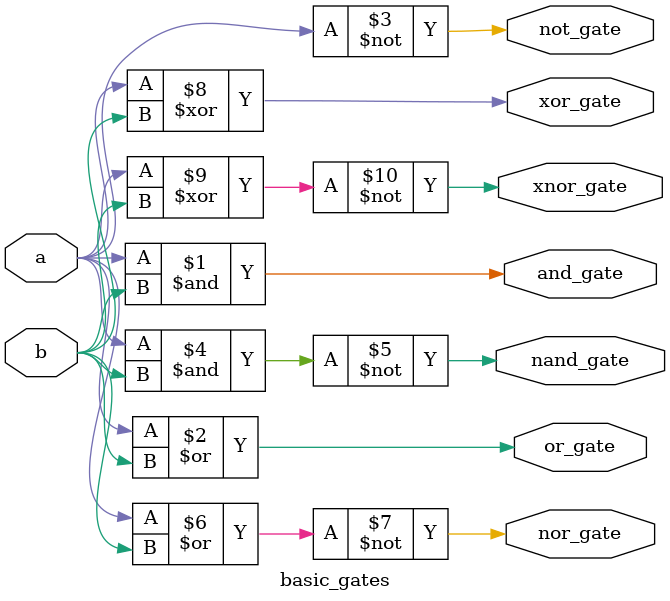
<source format=v>
`timescale 1ns / 1ps


module basic_gates(
   input  a,
    input  b,
    output and_gate,
    output or_gate,
    output not_gate,
    output nand_gate,
    output nor_gate,
    output xor_gate,
    output xnor_gate

    );
    assign and_gate = a&b;
    assign or_gate = a|b;
    assign not_gate = ~a;
    assign nand_gate = ~(a&b);
    assign nor_gate = ~(a|b);
    assign xor_gate = a^b;
    assign xnor_gate = ~(a^b);
endmodule

</source>
